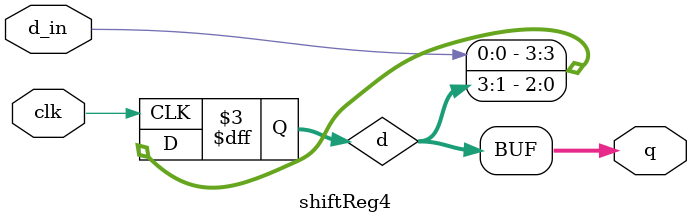
<source format=v>
`timescale 1ns / 1ps


module shiftReg4(
    input d_in,
    input clk,
    output [3:0] q
    );
    reg [3:0] d;
    
    assign q = d;
    
    initial 
    begin
        d = 4'b0000;
    end
    
    always @ (posedge clk)
    begin
        d <= {d_in , d[3:1]};
    end
endmodule

</source>
